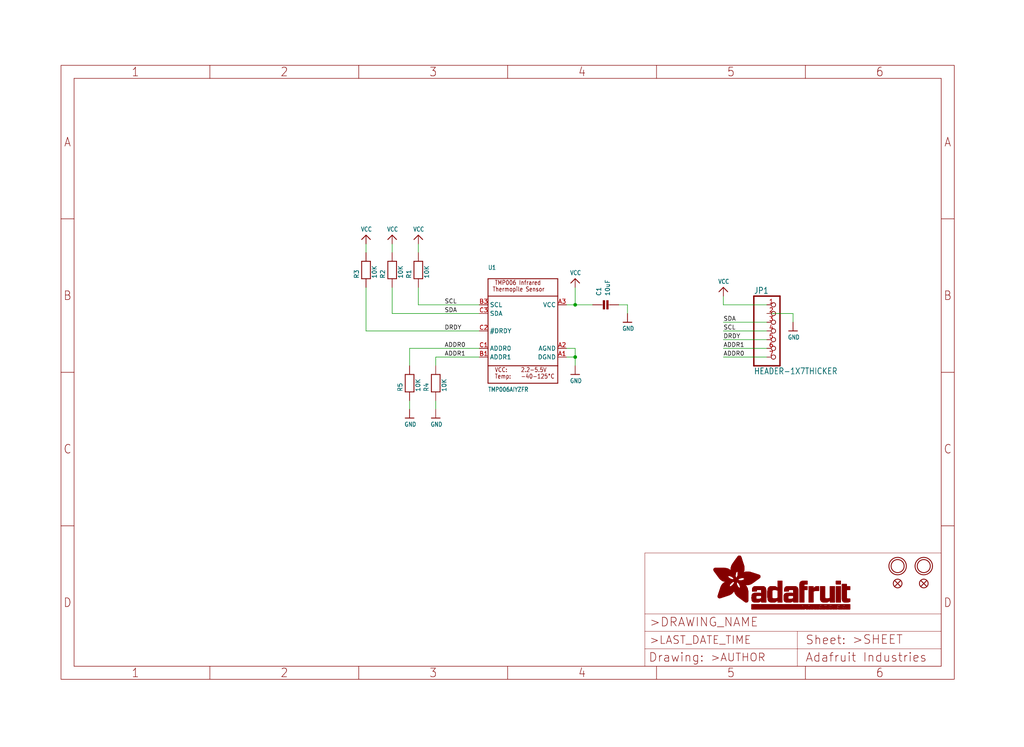
<source format=kicad_sch>
(kicad_sch (version 20211123) (generator eeschema)
  (paper "User" 298.45 217.881)
  (lib_symbols
    (symbol "eagleSchem-eagle-import:CAP_CERAMIC0805"
      (property "Reference" "C" (at 2.54 2.54 0))
      (property "Value" "CAP_CERAMIC0805" (at 2.54 0 0))
      (symbol "CAP_CERAMIC0805_1_0"
        (pin passive line (at 0 5.08 270) (length 2.54) (name "P$1") (number "1"))
        (pin passive line (at 0 -2.54 90) (length 2.54) (name "P$2") (number "2"))
      )
    )
    (symbol "eagleSchem-eagle-import:FIDUCIAL{dblquote}{dblquote}")
    (symbol "eagleSchem-eagle-import:FRAME_A4_ADAFRUIT"
      (symbol "FRAME_A4_ADAFRUIT_1_0"
        (text "1" (at 21.6958 1.905 0) (effects (font (size 2.54 2.286))))
        (text "1" (at 21.6958 177.165 0) (effects (font (size 2.54 2.286))))
        (text "2" (at 65.0875 1.905 0) (effects (font (size 2.54 2.286))))
        (text "2" (at 65.0875 177.165 0) (effects (font (size 2.54 2.286))))
        (text "3" (at 108.4792 1.905 0) (effects (font (size 2.54 2.286))))
        (text "3" (at 108.4792 177.165 0) (effects (font (size 2.54 2.286))))
        (text "4" (at 151.8708 1.905 0) (effects (font (size 2.54 2.286))))
        (text "4" (at 151.8708 177.165 0) (effects (font (size 2.54 2.286))))
        (text "5" (at 195.2625 1.905 0) (effects (font (size 2.54 2.286))))
        (text "5" (at 195.2625 177.165 0) (effects (font (size 2.54 2.286))))
        (text "6" (at 238.6542 1.905 0) (effects (font (size 2.54 2.286))))
        (text "6" (at 238.6542 177.165 0) (effects (font (size 2.54 2.286))))
        (text ">AUTHOR" (at 189.23 5.08 0) (effects (font (size 2.286 2.286)) (justify left bottom)))
        (text ">DRAWING_NAME" (at 171.45 15.24 0) (effects (font (size 2.54 2.54)) (justify left bottom)))
        (text ">LAST_DATE_TIME" (at 171.45 10.16 0) (effects (font (size 2.286 2.286)) (justify left bottom)))
        (text ">SHEET" (at 230.505 10.16 0) (effects (font (size 2.54 2.54)) (justify left bottom)))
        (text "A" (at 1.905 156.6863 0) (effects (font (size 2.54 2.286))))
        (text "A" (at 258.445 156.6863 0) (effects (font (size 2.54 2.286))))
        (text "Adafruit Industries" (at 216.916 4.953 0) (effects (font (size 2.54 2.54)) (justify left bottom)))
        (text "B" (at 1.905 111.9188 0) (effects (font (size 2.54 2.286))))
        (text "B" (at 258.445 111.9188 0) (effects (font (size 2.54 2.286))))
        (text "C" (at 1.905 67.1513 0) (effects (font (size 2.54 2.286))))
        (text "C" (at 258.445 67.1513 0) (effects (font (size 2.54 2.286))))
        (text "D" (at 1.905 22.3838 0) (effects (font (size 2.54 2.286))))
        (text "D" (at 258.445 22.3838 0) (effects (font (size 2.54 2.286))))
        (text "Drawing:" (at 171.196 4.953 0) (effects (font (size 2.54 2.54)) (justify left bottom)))
        (text "Sheet:" (at 216.916 10.033 0) (effects (font (size 2.54 2.54)) (justify left bottom)))
      )
    )
    (symbol "eagleSchem-eagle-import:GND" (power)
      (property "Value" "GND" (at -1.524 -2.54 0))
      (symbol "GND_1_0"
        (pin power_in line (at 0 2.54 270) (length 2.54) (name "GND") (number "1"))
      )
    )
    (symbol "eagleSchem-eagle-import:HEADER-1X7THICKER"
      (property "Reference" "JP" (at -6.35 10.795 0))
      (property "Value" "HEADER-1X7THICKER" (at -6.35 -12.7 0))
      (symbol "HEADER-1X7THICKER_1_0"
        (pin passive inverted (at -2.54 7.62 0) (length 2.54) (name "1") (number "1"))
        (pin passive inverted (at -2.54 5.08 0) (length 2.54) (name "2") (number "2"))
        (pin passive inverted (at -2.54 2.54 0) (length 2.54) (name "3") (number "3"))
        (pin passive inverted (at -2.54 0 0) (length 2.54) (name "4") (number "4"))
        (pin passive inverted (at -2.54 -2.54 0) (length 2.54) (name "5") (number "5"))
        (pin passive inverted (at -2.54 -5.08 0) (length 2.54) (name "6") (number "6"))
        (pin passive inverted (at -2.54 -7.62 0) (length 2.54) (name "7") (number "7"))
      )
    )
    (symbol "eagleSchem-eagle-import:MOUNTINGHOLE2.5")
    (symbol "eagleSchem-eagle-import:RESISTOR0805"
      (property "Reference" "R" (at -2.54 2.032 0))
      (property "Value" "RESISTOR0805" (at -2.54 -3.175 0))
      (symbol "RESISTOR0805_1_0"
        (pin passive line (at -5.08 0 0) (length 2.54) (name "1") (number "1"))
        (pin passive line (at 5.08 0 180) (length 2.54) (name "2") (number "2"))
      )
    )
    (symbol "eagleSchem-eagle-import:TMP006"
      (property "Reference" "U" (at -10.16 17.78 0))
      (property "Value" "TMP006" (at -10.16 -17.78 0))
      (symbol "TMP006_1_0"
        (text "-40-125°C" (at -0.635 -13.97 0) (effects (font (size 1.27 1.0795)) (justify left bottom)))
        (text "2.2-5.5V" (at -0.635 -12.065 0) (effects (font (size 1.27 1.0795)) (justify left bottom)))
        (text "Temp:" (at -8.255 -13.97 0) (effects (font (size 1.27 1.0795)) (justify left bottom)))
        (text "Thermopile Sensor" (at -8.89 11.43 0) (effects (font (size 1.27 1.0795)) (justify left bottom)))
        (text "TMP006 Infrared" (at -8.255 13.335 0) (effects (font (size 1.27 1.0795)) (justify left bottom)))
        (text "VCC:" (at -8.255 -12.065 0) (effects (font (size 1.27 1.0795)) (justify left bottom)))
        (pin power_in line (at 12.7 -7.62 180) (length 2.54) (name "DGND") (number "A1"))
        (pin power_in line (at 12.7 -5.08 180) (length 2.54) (name "AGND") (number "A2"))
        (pin power_in line (at 12.7 7.62 180) (length 2.54) (name "VCC") (number "A3"))
        (pin input line (at -12.7 -7.62 0) (length 2.54) (name "ADDR1") (number "B1"))
        (pin input line (at -12.7 7.62 0) (length 2.54) (name "SCL") (number "B3"))
        (pin input line (at -12.7 -5.08 0) (length 2.54) (name "ADDR0") (number "C1"))
        (pin output line (at -12.7 0 0) (length 2.54) (name "#DRDY") (number "C2"))
        (pin bidirectional line (at -12.7 5.08 0) (length 2.54) (name "SDA") (number "C3"))
      )
    )
    (symbol "eagleSchem-eagle-import:VCC" (power)
      (property "Value" "VCC" (at -1.524 1.016 0))
      (symbol "VCC_1_0"
        (pin power_in line (at 0 -2.54 90) (length 2.54) (name "VCC") (number "1"))
      )
    )
  )
  (junction (at 167.64 104.14))
  (junction (at 167.64 88.9))
  (wire (pts (xy 121.92 71.12) (xy 121.92 73.66)))
  (wire (pts (xy 119.38 116.84) (xy 119.38 119.38)))
  (wire (pts (xy 223.52 101.6) (xy 210.82 101.6)))
  (wire (pts (xy 180.34 88.9) (xy 182.88 88.9)))
  (wire (pts (xy 139.7 91.44) (xy 114.3 91.44)))
  (wire (pts (xy 119.38 101.6) (xy 119.38 106.68)))
  (wire (pts (xy 167.64 88.9) (xy 172.72 88.9)))
  (wire (pts (xy 167.64 104.14) (xy 167.64 106.68)))
  (wire (pts (xy 106.68 71.12) (xy 106.68 73.66)))
  (wire (pts (xy 139.7 101.6) (xy 119.38 101.6)))
  (wire (pts (xy 114.3 91.44) (xy 114.3 83.82)))
  (wire (pts (xy 114.3 71.12) (xy 114.3 73.66)))
  (wire (pts (xy 223.52 96.52) (xy 210.82 96.52)))
  (wire (pts (xy 223.52 104.14) (xy 210.82 104.14)))
  (wire (pts (xy 165.1 88.9) (xy 167.64 88.9)))
  (wire (pts (xy 139.7 88.9) (xy 121.92 88.9)))
  (wire (pts (xy 167.64 88.9) (xy 167.64 83.82)))
  (wire (pts (xy 210.82 86.36) (xy 210.82 88.9)))
  (wire (pts (xy 165.1 104.14) (xy 167.64 104.14)))
  (wire (pts (xy 167.64 101.6) (xy 167.64 104.14)))
  (wire (pts (xy 182.88 88.9) (xy 182.88 91.44)))
  (wire (pts (xy 223.52 93.98) (xy 210.82 93.98)))
  (wire (pts (xy 121.92 88.9) (xy 121.92 83.82)))
  (wire (pts (xy 165.1 101.6) (xy 167.64 101.6)))
  (wire (pts (xy 127 104.14) (xy 127 106.68)))
  (wire (pts (xy 139.7 104.14) (xy 127 104.14)))
  (wire (pts (xy 127 116.84) (xy 127 119.38)))
  (wire (pts (xy 231.14 91.44) (xy 231.14 93.98)))
  (wire (pts (xy 223.52 99.06) (xy 210.82 99.06)))
  (wire (pts (xy 106.68 96.52) (xy 106.68 83.82)))
  (wire (pts (xy 223.52 88.9) (xy 210.82 88.9)))
  (wire (pts (xy 223.52 91.44) (xy 231.14 91.44)))
  (wire (pts (xy 139.7 96.52) (xy 106.68 96.52)))
  (label "DRDY" (at 129.54 96.52 0) (effects (font (size 1.2446 1.2446))))
  (label "SDA" (at 210.82 93.98 0) (effects (font (size 1.2446 1.2446))))
  (label "ADDR0" (at 210.82 104.14 0) (effects (font (size 1.2446 1.2446))))
  (label "ADDR1" (at 210.82 101.6 0) (effects (font (size 1.2446 1.2446))))
  (label "ADDR0" (at 129.54 101.6 0) (effects (font (size 1.2446 1.2446))))
  (label "SCL" (at 129.54 88.9 0) (effects (font (size 1.2446 1.2446))))
  (label "SCL" (at 210.82 96.52 0) (effects (font (size 1.2446 1.2446))))
  (label "DRDY" (at 210.82 99.06 0) (effects (font (size 1.2446 1.2446))))
  (label "ADDR1" (at 129.54 104.14 0) (effects (font (size 1.2446 1.2446))))
  (label "SDA" (at 129.54 91.44 0) (effects (font (size 1.2446 1.2446))))
  (symbol (lib_id "eagleSchem-eagle-import:VCC") (at 121.92 68.58 0) (unit 1)
    (property "Reference" "#P+2" (effects hide))
    (property "Value" "VCC" (at 120.396 67.564 0) (effects (font (size 1.27 1.0795)) (justify left bottom)))
    (property "Footprint" "eagleSchem:" (effects hide))
  )
  (symbol (lib_id "eagleSchem-eagle-import:RESISTOR0805") (at 127 111.76 90) (unit 1)
    (property "Reference" "R4" (at 124.968 114.3 0) (effects (justify left bottom)))
    (property "Value" "10K" (at 130.175 114.3 0) (effects (justify left bottom)))
    (property "Footprint" "eagleSchem:0805" (effects hide))
  )
  (symbol (lib_id "eagleSchem-eagle-import:VCC") (at 106.68 68.58 0) (unit 1)
    (property "Reference" "#P+4" (effects hide))
    (property "Value" "VCC" (at 105.156 67.564 0) (effects (font (size 1.27 1.0795)) (justify left bottom)))
    (property "Footprint" "eagleSchem:" (effects hide))
  )
  (symbol (lib_id "eagleSchem-eagle-import:RESISTOR0805") (at 121.92 78.74 90) (unit 1)
    (property "Reference" "R1" (at 119.888 81.28 0) (effects (justify left bottom)))
    (property "Value" "10K" (at 125.095 81.28 0) (effects (justify left bottom)))
    (property "Footprint" "eagleSchem:0805" (effects hide))
  )
  (symbol (lib_id "eagleSchem-eagle-import:VCC") (at 114.3 68.58 0) (unit 1)
    (property "Reference" "#P+1" (effects hide))
    (property "Value" "VCC" (at 112.776 67.564 0) (effects (font (size 1.27 1.0795)) (justify left bottom)))
    (property "Footprint" "eagleSchem:" (effects hide))
  )
  (symbol (lib_id "eagleSchem-eagle-import:RESISTOR0805") (at 106.68 78.74 90) (unit 1)
    (property "Reference" "R3" (at 104.648 81.28 0) (effects (justify left bottom)))
    (property "Value" "10K" (at 109.855 81.28 0) (effects (justify left bottom)))
    (property "Footprint" "eagleSchem:0805" (effects hide))
  )
  (symbol (lib_id "eagleSchem-eagle-import:VCC") (at 210.82 83.82 0) (unit 1)
    (property "Reference" "#P+5" (effects hide))
    (property "Value" "VCC" (at 209.296 82.804 0) (effects (font (size 1.27 1.0795)) (justify left bottom)))
    (property "Footprint" "eagleSchem:" (effects hide))
  )
  (symbol (lib_id "eagleSchem-eagle-import:MOUNTINGHOLE2.5") (at 269.24 165.1 0) (unit 1)
    (property "Reference" "U$6" (effects hide))
    (property "Value" "MOUNTINGHOLE2.5" (effects hide))
    (property "Footprint" "eagleSchem:MOUNTINGHOLE_2.5_PLATED" (effects hide))
  )
  (symbol (lib_id "eagleSchem-eagle-import:MOUNTINGHOLE2.5") (at 261.62 165.1 0) (unit 1)
    (property "Reference" "U$7" (effects hide))
    (property "Value" "MOUNTINGHOLE2.5" (effects hide))
    (property "Footprint" "eagleSchem:MOUNTINGHOLE_2.5_PLATED" (effects hide))
  )
  (symbol (lib_id "eagleSchem-eagle-import:GND") (at 127 121.92 0) (unit 1)
    (property "Reference" "#U$4" (effects hide))
    (property "Value" "GND" (at 125.476 124.46 0) (effects (font (size 1.27 1.0795)) (justify left bottom)))
    (property "Footprint" "eagleSchem:" (effects hide))
  )
  (symbol (lib_id "eagleSchem-eagle-import:GND") (at 182.88 93.98 0) (unit 1)
    (property "Reference" "#U$2" (effects hide))
    (property "Value" "GND" (at 181.356 96.52 0) (effects (font (size 1.27 1.0795)) (justify left bottom)))
    (property "Footprint" "eagleSchem:" (effects hide))
  )
  (symbol (lib_id "eagleSchem-eagle-import:FRAME_A4_ADAFRUIT") (at 17.78 198.12 0) (unit 1)
    (property "Reference" "#U$1" (effects hide))
    (property "Value" "FRAME_A4_ADAFRUIT" (effects hide))
    (property "Footprint" "eagleSchem:" (effects hide))
  )
  (symbol (lib_id "eagleSchem-eagle-import:HEADER-1X7THICKER") (at 226.06 96.52 0) (unit 1)
    (property "Reference" "JP1" (at 219.71 85.725 0) (effects (font (size 1.778 1.5113)) (justify left bottom)))
    (property "Value" "HEADER-1X7THICKER" (at 219.71 109.22 0) (effects (font (size 1.778 1.5113)) (justify left bottom)))
    (property "Footprint" "eagleSchem:1X07_ROUND_76" (effects hide))
  )
  (symbol (lib_id "eagleSchem-eagle-import:GND") (at 119.38 121.92 0) (unit 1)
    (property "Reference" "#U$5" (effects hide))
    (property "Value" "GND" (at 117.856 124.46 0) (effects (font (size 1.27 1.0795)) (justify left bottom)))
    (property "Footprint" "eagleSchem:" (effects hide))
  )
  (symbol (lib_id "eagleSchem-eagle-import:CAP_CERAMIC0805") (at 177.8 88.9 90) (unit 1)
    (property "Reference" "C1" (at 175.26 86.36 0) (effects (justify left bottom)))
    (property "Value" "10uF" (at 177.8 86.36 0) (effects (justify left bottom)))
    (property "Footprint" "eagleSchem:0805" (effects hide))
  )
  (symbol (lib_id "eagleSchem-eagle-import:VCC") (at 167.64 81.28 0) (unit 1)
    (property "Reference" "#P+3" (effects hide))
    (property "Value" "VCC" (at 166.116 80.264 0) (effects (font (size 1.27 1.0795)) (justify left bottom)))
    (property "Footprint" "eagleSchem:" (effects hide))
  )
  (symbol (lib_id "eagleSchem-eagle-import:RESISTOR0805") (at 114.3 78.74 90) (unit 1)
    (property "Reference" "R2" (at 112.268 81.28 0) (effects (justify left bottom)))
    (property "Value" "10K" (at 117.475 81.28 0) (effects (justify left bottom)))
    (property "Footprint" "eagleSchem:0805" (effects hide))
  )
  (symbol (lib_id "eagleSchem-eagle-import:TMP006") (at 152.4 96.52 0) (unit 1)
    (property "Reference" "U1" (at 142.24 78.74 0) (effects (font (size 1.27 1.0795)) (justify left bottom)))
    (property "Value" "TMP006AIYZFR" (at 142.24 114.3 0) (effects (font (size 1.27 1.0795)) (justify left bottom)))
    (property "Footprint" "eagleSchem:WCSP-8" (effects hide))
  )
  (symbol (lib_id "eagleSchem-eagle-import:FIDUCIAL{dblquote}{dblquote}") (at 261.62 170.18 0) (unit 1)
    (property "Reference" "FID2" (effects hide))
    (property "Value" "FIDUCIAL{dblquote}{dblquote}" (effects hide))
    (property "Footprint" "eagleSchem:FIDUCIAL_1MM" (effects hide))
  )
  (symbol (lib_id "eagleSchem-eagle-import:RESISTOR0805") (at 119.38 111.76 90) (unit 1)
    (property "Reference" "R5" (at 117.348 114.3 0) (effects (justify left bottom)))
    (property "Value" "10K" (at 122.555 114.3 0) (effects (justify left bottom)))
    (property "Footprint" "eagleSchem:0805" (effects hide))
  )
  (symbol (lib_id "eagleSchem-eagle-import:GND") (at 231.14 96.52 0) (unit 1)
    (property "Reference" "#U$8" (effects hide))
    (property "Value" "GND" (at 229.616 99.06 0) (effects (font (size 1.27 1.0795)) (justify left bottom)))
    (property "Footprint" "eagleSchem:" (effects hide))
  )
  (symbol (lib_id "eagleSchem-eagle-import:FIDUCIAL{dblquote}{dblquote}") (at 269.24 170.18 0) (unit 1)
    (property "Reference" "FID1" (effects hide))
    (property "Value" "FIDUCIAL{dblquote}{dblquote}" (effects hide))
    (property "Footprint" "eagleSchem:FIDUCIAL_1MM" (effects hide))
  )
  (symbol (lib_id "eagleSchem-eagle-import:GND") (at 167.64 109.22 0) (unit 1)
    (property "Reference" "#U$3" (effects hide))
    (property "Value" "GND" (at 166.116 111.76 0) (effects (font (size 1.27 1.0795)) (justify left bottom)))
    (property "Footprint" "eagleSchem:" (effects hide))
  )
)
</source>
